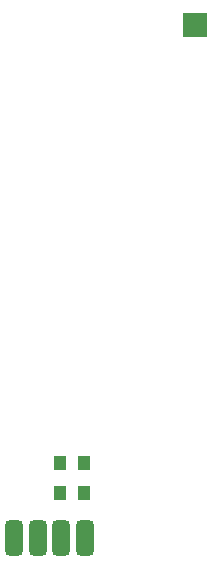
<source format=gbr>
%TF.GenerationSoftware,KiCad,Pcbnew,7.0.5*%
%TF.CreationDate,2023-06-16T14:54:11+02:00*%
%TF.ProjectId,carte_interface_connecteur_grove_pour_capteur,63617274-655f-4696-9e74-657266616365,rev?*%
%TF.SameCoordinates,Original*%
%TF.FileFunction,Paste,Bot*%
%TF.FilePolarity,Positive*%
%FSLAX46Y46*%
G04 Gerber Fmt 4.6, Leading zero omitted, Abs format (unit mm)*
G04 Created by KiCad (PCBNEW 7.0.5) date 2023-06-16 14:54:11*
%MOMM*%
%LPD*%
G01*
G04 APERTURE LIST*
G04 Aperture macros list*
%AMRoundRect*
0 Rectangle with rounded corners*
0 $1 Rounding radius*
0 $2 $3 $4 $5 $6 $7 $8 $9 X,Y pos of 4 corners*
0 Add a 4 corners polygon primitive as box body*
4,1,4,$2,$3,$4,$5,$6,$7,$8,$9,$2,$3,0*
0 Add four circle primitives for the rounded corners*
1,1,$1+$1,$2,$3*
1,1,$1+$1,$4,$5*
1,1,$1+$1,$6,$7*
1,1,$1+$1,$8,$9*
0 Add four rect primitives between the rounded corners*
20,1,$1+$1,$2,$3,$4,$5,0*
20,1,$1+$1,$4,$5,$6,$7,0*
20,1,$1+$1,$6,$7,$8,$9,0*
20,1,$1+$1,$8,$9,$2,$3,0*%
G04 Aperture macros list end*
%ADD10R,2.000000X2.000000*%
%ADD11RoundRect,0.375000X0.375000X1.125000X-0.375000X1.125000X-0.375000X-1.125000X0.375000X-1.125000X0*%
%ADD12R,1.000000X1.250000*%
G04 APERTURE END LIST*
D10*
%TO.C,Ue1*%
X134192000Y-185108000D03*
%TD*%
D11*
%TO.C,J1*%
X124832000Y-228504000D03*
X122832000Y-228504000D03*
X120832000Y-228504000D03*
X118832000Y-228504000D03*
%TD*%
D12*
%TO.C,C2*%
X124748000Y-224704000D03*
X122748000Y-224704000D03*
%TD*%
%TO.C,C1*%
X124748000Y-222204000D03*
X122748000Y-222204000D03*
%TD*%
M02*

</source>
